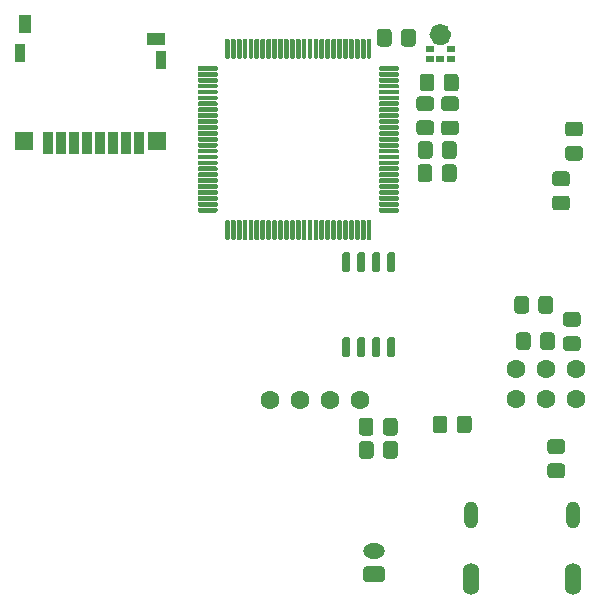
<source format=gbr>
G04 #@! TF.GenerationSoftware,KiCad,Pcbnew,(5.1.6)-1*
G04 #@! TF.CreationDate,2020-10-17T23:58:27+09:00*
G04 #@! TF.ProjectId,guardianCam_Wifi,67756172-6469-4616-9e43-616d5f576966,rev?*
G04 #@! TF.SameCoordinates,Original*
G04 #@! TF.FileFunction,Soldermask,Bot*
G04 #@! TF.FilePolarity,Negative*
%FSLAX46Y46*%
G04 Gerber Fmt 4.6, Leading zero omitted, Abs format (unit mm)*
G04 Created by KiCad (PCBNEW (5.1.6)-1) date 2020-10-17 23:58:27*
%MOMM*%
%LPD*%
G01*
G04 APERTURE LIST*
%ADD10C,0.912000*%
%ADD11R,0.862000X1.903400*%
%ADD12R,1.598600X1.598600*%
%ADD13R,0.938200X1.649400*%
%ADD14R,1.649400X1.141400*%
%ADD15R,1.141400X1.649400*%
%ADD16O,1.200000X2.300000*%
%ADD17O,1.400000X2.700000*%
%ADD18C,1.600000*%
%ADD19C,0.600000*%
%ADD20R,0.700000X0.622000*%
%ADD21O,1.850000X1.300000*%
G04 APERTURE END LIST*
D10*
X138836000Y-108560000D02*
G75*
G03*
X138836000Y-108560000I-456000J0D01*
G01*
G36*
G01*
X132735000Y-143241738D02*
X132735000Y-144198262D01*
G75*
G02*
X132463262Y-144470000I-271738J0D01*
G01*
X131756738Y-144470000D01*
G75*
G02*
X131485000Y-144198262I0J271738D01*
G01*
X131485000Y-143241738D01*
G75*
G02*
X131756738Y-142970000I271738J0D01*
G01*
X132463262Y-142970000D01*
G75*
G02*
X132735000Y-143241738I0J-271738D01*
G01*
G37*
G36*
G01*
X134785000Y-143241738D02*
X134785000Y-144198262D01*
G75*
G02*
X134513262Y-144470000I-271738J0D01*
G01*
X133806738Y-144470000D01*
G75*
G02*
X133535000Y-144198262I0J271738D01*
G01*
X133535000Y-143241738D01*
G75*
G02*
X133806738Y-142970000I271738J0D01*
G01*
X134513262Y-142970000D01*
G75*
G02*
X134785000Y-143241738I0J-271738D01*
G01*
G37*
G36*
G01*
X139785000Y-142038262D02*
X139785000Y-141081738D01*
G75*
G02*
X140056738Y-140810000I271738J0D01*
G01*
X140763262Y-140810000D01*
G75*
G02*
X141035000Y-141081738I0J-271738D01*
G01*
X141035000Y-142038262D01*
G75*
G02*
X140763262Y-142310000I-271738J0D01*
G01*
X140056738Y-142310000D01*
G75*
G02*
X139785000Y-142038262I0J271738D01*
G01*
G37*
G36*
G01*
X137735000Y-142038262D02*
X137735000Y-141081738D01*
G75*
G02*
X138006738Y-140810000I271738J0D01*
G01*
X138713262Y-140810000D01*
G75*
G02*
X138985000Y-141081738I0J-271738D01*
G01*
X138985000Y-142038262D01*
G75*
G02*
X138713262Y-142310000I-271738J0D01*
G01*
X138006738Y-142310000D01*
G75*
G02*
X137735000Y-142038262I0J271738D01*
G01*
G37*
G36*
G01*
X132720000Y-141281738D02*
X132720000Y-142238262D01*
G75*
G02*
X132448262Y-142510000I-271738J0D01*
G01*
X131741738Y-142510000D01*
G75*
G02*
X131470000Y-142238262I0J271738D01*
G01*
X131470000Y-141281738D01*
G75*
G02*
X131741738Y-141010000I271738J0D01*
G01*
X132448262Y-141010000D01*
G75*
G02*
X132720000Y-141281738I0J-271738D01*
G01*
G37*
G36*
G01*
X134770000Y-141281738D02*
X134770000Y-142238262D01*
G75*
G02*
X134498262Y-142510000I-271738J0D01*
G01*
X133791738Y-142510000D01*
G75*
G02*
X133520000Y-142238262I0J271738D01*
G01*
X133520000Y-141281738D01*
G75*
G02*
X133791738Y-141010000I271738J0D01*
G01*
X134498262Y-141010000D01*
G75*
G02*
X134770000Y-141281738I0J-271738D01*
G01*
G37*
D11*
X112889288Y-117700701D03*
X111789288Y-117700701D03*
X110689287Y-117700701D03*
X109589287Y-117700701D03*
X108489289Y-117700701D03*
X107389289Y-117700701D03*
X106289289Y-117700701D03*
X105189288Y-117700701D03*
D12*
X114365000Y-117548301D03*
X103115000Y-117548301D03*
D13*
X114695208Y-110723702D03*
X102784792Y-110073701D03*
D14*
X114339684Y-108969700D03*
D15*
X103185706Y-107648702D03*
D16*
X141000000Y-149250000D03*
X149640000Y-149250000D03*
D17*
X141000000Y-154610000D03*
X149640000Y-154610000D03*
D18*
X147290000Y-136890000D03*
X144750000Y-136890000D03*
X131620000Y-139500000D03*
X149830000Y-139420000D03*
X147290000Y-139430000D03*
X144750000Y-139430000D03*
X149830000Y-136890000D03*
X124000000Y-139500000D03*
X126540000Y-139500000D03*
X129080000Y-139500000D03*
G36*
G01*
X130250000Y-134180000D02*
X130600000Y-134180000D01*
G75*
G02*
X130775000Y-134355000I0J-175000D01*
G01*
X130775000Y-135705000D01*
G75*
G02*
X130600000Y-135880000I-175000J0D01*
G01*
X130250000Y-135880000D01*
G75*
G02*
X130075000Y-135705000I0J175000D01*
G01*
X130075000Y-134355000D01*
G75*
G02*
X130250000Y-134180000I175000J0D01*
G01*
G37*
G36*
G01*
X131520000Y-134180000D02*
X131870000Y-134180000D01*
G75*
G02*
X132045000Y-134355000I0J-175000D01*
G01*
X132045000Y-135705000D01*
G75*
G02*
X131870000Y-135880000I-175000J0D01*
G01*
X131520000Y-135880000D01*
G75*
G02*
X131345000Y-135705000I0J175000D01*
G01*
X131345000Y-134355000D01*
G75*
G02*
X131520000Y-134180000I175000J0D01*
G01*
G37*
G36*
G01*
X132790000Y-134180000D02*
X133140000Y-134180000D01*
G75*
G02*
X133315000Y-134355000I0J-175000D01*
G01*
X133315000Y-135705000D01*
G75*
G02*
X133140000Y-135880000I-175000J0D01*
G01*
X132790000Y-135880000D01*
G75*
G02*
X132615000Y-135705000I0J175000D01*
G01*
X132615000Y-134355000D01*
G75*
G02*
X132790000Y-134180000I175000J0D01*
G01*
G37*
G36*
G01*
X134060000Y-134180000D02*
X134410000Y-134180000D01*
G75*
G02*
X134585000Y-134355000I0J-175000D01*
G01*
X134585000Y-135705000D01*
G75*
G02*
X134410000Y-135880000I-175000J0D01*
G01*
X134060000Y-135880000D01*
G75*
G02*
X133885000Y-135705000I0J175000D01*
G01*
X133885000Y-134355000D01*
G75*
G02*
X134060000Y-134180000I175000J0D01*
G01*
G37*
G36*
G01*
X134060000Y-126980000D02*
X134410000Y-126980000D01*
G75*
G02*
X134585000Y-127155000I0J-175000D01*
G01*
X134585000Y-128505000D01*
G75*
G02*
X134410000Y-128680000I-175000J0D01*
G01*
X134060000Y-128680000D01*
G75*
G02*
X133885000Y-128505000I0J175000D01*
G01*
X133885000Y-127155000D01*
G75*
G02*
X134060000Y-126980000I175000J0D01*
G01*
G37*
G36*
G01*
X132790000Y-126980000D02*
X133140000Y-126980000D01*
G75*
G02*
X133315000Y-127155000I0J-175000D01*
G01*
X133315000Y-128505000D01*
G75*
G02*
X133140000Y-128680000I-175000J0D01*
G01*
X132790000Y-128680000D01*
G75*
G02*
X132615000Y-128505000I0J175000D01*
G01*
X132615000Y-127155000D01*
G75*
G02*
X132790000Y-126980000I175000J0D01*
G01*
G37*
G36*
G01*
X131520000Y-126980000D02*
X131870000Y-126980000D01*
G75*
G02*
X132045000Y-127155000I0J-175000D01*
G01*
X132045000Y-128505000D01*
G75*
G02*
X131870000Y-128680000I-175000J0D01*
G01*
X131520000Y-128680000D01*
G75*
G02*
X131345000Y-128505000I0J175000D01*
G01*
X131345000Y-127155000D01*
G75*
G02*
X131520000Y-126980000I175000J0D01*
G01*
G37*
G36*
G01*
X130250000Y-126980000D02*
X130600000Y-126980000D01*
G75*
G02*
X130775000Y-127155000I0J-175000D01*
G01*
X130775000Y-128505000D01*
G75*
G02*
X130600000Y-128680000I-175000J0D01*
G01*
X130250000Y-128680000D01*
G75*
G02*
X130075000Y-128505000I0J175000D01*
G01*
X130075000Y-127155000D01*
G75*
G02*
X130250000Y-126980000I175000J0D01*
G01*
G37*
G36*
G01*
X148678262Y-144065000D02*
X147721738Y-144065000D01*
G75*
G02*
X147450000Y-143793262I0J271738D01*
G01*
X147450000Y-143086738D01*
G75*
G02*
X147721738Y-142815000I271738J0D01*
G01*
X148678262Y-142815000D01*
G75*
G02*
X148950000Y-143086738I0J-271738D01*
G01*
X148950000Y-143793262D01*
G75*
G02*
X148678262Y-144065000I-271738J0D01*
G01*
G37*
G36*
G01*
X148678262Y-146115000D02*
X147721738Y-146115000D01*
G75*
G02*
X147450000Y-145843262I0J271738D01*
G01*
X147450000Y-145136738D01*
G75*
G02*
X147721738Y-144865000I271738J0D01*
G01*
X148678262Y-144865000D01*
G75*
G02*
X148950000Y-145136738I0J-271738D01*
G01*
X148950000Y-145843262D01*
G75*
G02*
X148678262Y-146115000I-271738J0D01*
G01*
G37*
G36*
G01*
X138685000Y-113098262D02*
X138685000Y-112141738D01*
G75*
G02*
X138956738Y-111870000I271738J0D01*
G01*
X139663262Y-111870000D01*
G75*
G02*
X139935000Y-112141738I0J-271738D01*
G01*
X139935000Y-113098262D01*
G75*
G02*
X139663262Y-113370000I-271738J0D01*
G01*
X138956738Y-113370000D01*
G75*
G02*
X138685000Y-113098262I0J271738D01*
G01*
G37*
G36*
G01*
X136635000Y-113098262D02*
X136635000Y-112141738D01*
G75*
G02*
X136906738Y-111870000I271738J0D01*
G01*
X137613262Y-111870000D01*
G75*
G02*
X137885000Y-112141738I0J-271738D01*
G01*
X137885000Y-113098262D01*
G75*
G02*
X137613262Y-113370000I-271738J0D01*
G01*
X136906738Y-113370000D01*
G75*
G02*
X136635000Y-113098262I0J271738D01*
G01*
G37*
G36*
G01*
X135055000Y-109298262D02*
X135055000Y-108341738D01*
G75*
G02*
X135326738Y-108070000I271738J0D01*
G01*
X136033262Y-108070000D01*
G75*
G02*
X136305000Y-108341738I0J-271738D01*
G01*
X136305000Y-109298262D01*
G75*
G02*
X136033262Y-109570000I-271738J0D01*
G01*
X135326738Y-109570000D01*
G75*
G02*
X135055000Y-109298262I0J271738D01*
G01*
G37*
G36*
G01*
X133005000Y-109298262D02*
X133005000Y-108341738D01*
G75*
G02*
X133276738Y-108070000I271738J0D01*
G01*
X133983262Y-108070000D01*
G75*
G02*
X134255000Y-108341738I0J-271738D01*
G01*
X134255000Y-109298262D01*
G75*
G02*
X133983262Y-109570000I-271738J0D01*
G01*
X133276738Y-109570000D01*
G75*
G02*
X133005000Y-109298262I0J271738D01*
G01*
G37*
D19*
X138380000Y-108560000D03*
D20*
X139280000Y-109812000D03*
X139280000Y-110634000D03*
X138380000Y-110634000D03*
X137480000Y-110634000D03*
X137480000Y-109812000D03*
G36*
G01*
X137705000Y-119811738D02*
X137705000Y-120768262D01*
G75*
G02*
X137433262Y-121040000I-271738J0D01*
G01*
X136726738Y-121040000D01*
G75*
G02*
X136455000Y-120768262I0J271738D01*
G01*
X136455000Y-119811738D01*
G75*
G02*
X136726738Y-119540000I271738J0D01*
G01*
X137433262Y-119540000D01*
G75*
G02*
X137705000Y-119811738I0J-271738D01*
G01*
G37*
G36*
G01*
X139755000Y-119811738D02*
X139755000Y-120768262D01*
G75*
G02*
X139483262Y-121040000I-271738J0D01*
G01*
X138776738Y-121040000D01*
G75*
G02*
X138505000Y-120768262I0J271738D01*
G01*
X138505000Y-119811738D01*
G75*
G02*
X138776738Y-119540000I271738J0D01*
G01*
X139483262Y-119540000D01*
G75*
G02*
X139755000Y-119811738I0J-271738D01*
G01*
G37*
G36*
G01*
X137725000Y-117851738D02*
X137725000Y-118808262D01*
G75*
G02*
X137453262Y-119080000I-271738J0D01*
G01*
X136746738Y-119080000D01*
G75*
G02*
X136475000Y-118808262I0J271738D01*
G01*
X136475000Y-117851738D01*
G75*
G02*
X136746738Y-117580000I271738J0D01*
G01*
X137453262Y-117580000D01*
G75*
G02*
X137725000Y-117851738I0J-271738D01*
G01*
G37*
G36*
G01*
X139775000Y-117851738D02*
X139775000Y-118808262D01*
G75*
G02*
X139503262Y-119080000I-271738J0D01*
G01*
X138796738Y-119080000D01*
G75*
G02*
X138525000Y-118808262I0J271738D01*
G01*
X138525000Y-117851738D01*
G75*
G02*
X138796738Y-117580000I271738J0D01*
G01*
X139503262Y-117580000D01*
G75*
G02*
X139775000Y-117851738I0J-271738D01*
G01*
G37*
G36*
G01*
X139678262Y-115030000D02*
X138721738Y-115030000D01*
G75*
G02*
X138450000Y-114758262I0J271738D01*
G01*
X138450000Y-114051738D01*
G75*
G02*
X138721738Y-113780000I271738J0D01*
G01*
X139678262Y-113780000D01*
G75*
G02*
X139950000Y-114051738I0J-271738D01*
G01*
X139950000Y-114758262D01*
G75*
G02*
X139678262Y-115030000I-271738J0D01*
G01*
G37*
G36*
G01*
X139678262Y-117080000D02*
X138721738Y-117080000D01*
G75*
G02*
X138450000Y-116808262I0J271738D01*
G01*
X138450000Y-116101738D01*
G75*
G02*
X138721738Y-115830000I271738J0D01*
G01*
X139678262Y-115830000D01*
G75*
G02*
X139950000Y-116101738I0J-271738D01*
G01*
X139950000Y-116808262D01*
G75*
G02*
X139678262Y-117080000I-271738J0D01*
G01*
G37*
G36*
G01*
X137578262Y-115025000D02*
X136621738Y-115025000D01*
G75*
G02*
X136350000Y-114753262I0J271738D01*
G01*
X136350000Y-114046738D01*
G75*
G02*
X136621738Y-113775000I271738J0D01*
G01*
X137578262Y-113775000D01*
G75*
G02*
X137850000Y-114046738I0J-271738D01*
G01*
X137850000Y-114753262D01*
G75*
G02*
X137578262Y-115025000I-271738J0D01*
G01*
G37*
G36*
G01*
X137578262Y-117075000D02*
X136621738Y-117075000D01*
G75*
G02*
X136350000Y-116803262I0J271738D01*
G01*
X136350000Y-116096738D01*
G75*
G02*
X136621738Y-115825000I271738J0D01*
G01*
X137578262Y-115825000D01*
G75*
G02*
X137850000Y-116096738I0J-271738D01*
G01*
X137850000Y-116803262D01*
G75*
G02*
X137578262Y-117075000I-271738J0D01*
G01*
G37*
G36*
G01*
X146690000Y-131918262D02*
X146690000Y-130961738D01*
G75*
G02*
X146961738Y-130690000I271738J0D01*
G01*
X147668262Y-130690000D01*
G75*
G02*
X147940000Y-130961738I0J-271738D01*
G01*
X147940000Y-131918262D01*
G75*
G02*
X147668262Y-132190000I-271738J0D01*
G01*
X146961738Y-132190000D01*
G75*
G02*
X146690000Y-131918262I0J271738D01*
G01*
G37*
G36*
G01*
X144640000Y-131918262D02*
X144640000Y-130961738D01*
G75*
G02*
X144911738Y-130690000I271738J0D01*
G01*
X145618262Y-130690000D01*
G75*
G02*
X145890000Y-130961738I0J-271738D01*
G01*
X145890000Y-131918262D01*
G75*
G02*
X145618262Y-132190000I-271738J0D01*
G01*
X144911738Y-132190000D01*
G75*
G02*
X144640000Y-131918262I0J271738D01*
G01*
G37*
G36*
G01*
X149998262Y-133295000D02*
X149041738Y-133295000D01*
G75*
G02*
X148770000Y-133023262I0J271738D01*
G01*
X148770000Y-132316738D01*
G75*
G02*
X149041738Y-132045000I271738J0D01*
G01*
X149998262Y-132045000D01*
G75*
G02*
X150270000Y-132316738I0J-271738D01*
G01*
X150270000Y-133023262D01*
G75*
G02*
X149998262Y-133295000I-271738J0D01*
G01*
G37*
G36*
G01*
X149998262Y-135345000D02*
X149041738Y-135345000D01*
G75*
G02*
X148770000Y-135073262I0J271738D01*
G01*
X148770000Y-134366738D01*
G75*
G02*
X149041738Y-134095000I271738J0D01*
G01*
X149998262Y-134095000D01*
G75*
G02*
X150270000Y-134366738I0J-271738D01*
G01*
X150270000Y-135073262D01*
G75*
G02*
X149998262Y-135345000I-271738J0D01*
G01*
G37*
G36*
G01*
X149231738Y-117970000D02*
X150188262Y-117970000D01*
G75*
G02*
X150460000Y-118241738I0J-271738D01*
G01*
X150460000Y-118948262D01*
G75*
G02*
X150188262Y-119220000I-271738J0D01*
G01*
X149231738Y-119220000D01*
G75*
G02*
X148960000Y-118948262I0J271738D01*
G01*
X148960000Y-118241738D01*
G75*
G02*
X149231738Y-117970000I271738J0D01*
G01*
G37*
G36*
G01*
X149231738Y-115920000D02*
X150188262Y-115920000D01*
G75*
G02*
X150460000Y-116191738I0J-271738D01*
G01*
X150460000Y-116898262D01*
G75*
G02*
X150188262Y-117170000I-271738J0D01*
G01*
X149231738Y-117170000D01*
G75*
G02*
X148960000Y-116898262I0J271738D01*
G01*
X148960000Y-116191738D01*
G75*
G02*
X149231738Y-115920000I271738J0D01*
G01*
G37*
G36*
G01*
X146835000Y-134988262D02*
X146835000Y-134031738D01*
G75*
G02*
X147106738Y-133760000I271738J0D01*
G01*
X147813262Y-133760000D01*
G75*
G02*
X148085000Y-134031738I0J-271738D01*
G01*
X148085000Y-134988262D01*
G75*
G02*
X147813262Y-135260000I-271738J0D01*
G01*
X147106738Y-135260000D01*
G75*
G02*
X146835000Y-134988262I0J271738D01*
G01*
G37*
G36*
G01*
X144785000Y-134988262D02*
X144785000Y-134031738D01*
G75*
G02*
X145056738Y-133760000I271738J0D01*
G01*
X145763262Y-133760000D01*
G75*
G02*
X146035000Y-134031738I0J-271738D01*
G01*
X146035000Y-134988262D01*
G75*
G02*
X145763262Y-135260000I-271738J0D01*
G01*
X145056738Y-135260000D01*
G75*
G02*
X144785000Y-134988262I0J271738D01*
G01*
G37*
G36*
G01*
X148131738Y-122195000D02*
X149088262Y-122195000D01*
G75*
G02*
X149360000Y-122466738I0J-271738D01*
G01*
X149360000Y-123173262D01*
G75*
G02*
X149088262Y-123445000I-271738J0D01*
G01*
X148131738Y-123445000D01*
G75*
G02*
X147860000Y-123173262I0J271738D01*
G01*
X147860000Y-122466738D01*
G75*
G02*
X148131738Y-122195000I271738J0D01*
G01*
G37*
G36*
G01*
X148131738Y-120145000D02*
X149088262Y-120145000D01*
G75*
G02*
X149360000Y-120416738I0J-271738D01*
G01*
X149360000Y-121123262D01*
G75*
G02*
X149088262Y-121395000I-271738J0D01*
G01*
X148131738Y-121395000D01*
G75*
G02*
X147860000Y-121123262I0J271738D01*
G01*
X147860000Y-120416738D01*
G75*
G02*
X148131738Y-120145000I271738J0D01*
G01*
G37*
D21*
X132770000Y-152240000D03*
G36*
G01*
X133424168Y-154890000D02*
X132115832Y-154890000D01*
G75*
G02*
X131845000Y-154619168I0J270832D01*
G01*
X131845000Y-153860832D01*
G75*
G02*
X132115832Y-153590000I270832J0D01*
G01*
X133424168Y-153590000D01*
G75*
G02*
X133695000Y-153860832I0J-270832D01*
G01*
X133695000Y-154619168D01*
G75*
G02*
X133424168Y-154890000I-270832J0D01*
G01*
G37*
G36*
G01*
X120150000Y-125845000D02*
X120150000Y-124345000D01*
G75*
G02*
X120250000Y-124245000I100000J0D01*
G01*
X120450000Y-124245000D01*
G75*
G02*
X120550000Y-124345000I0J-100000D01*
G01*
X120550000Y-125845000D01*
G75*
G02*
X120450000Y-125945000I-100000J0D01*
G01*
X120250000Y-125945000D01*
G75*
G02*
X120150000Y-125845000I0J100000D01*
G01*
G37*
G36*
G01*
X120650000Y-125845000D02*
X120650000Y-124345000D01*
G75*
G02*
X120750000Y-124245000I100000J0D01*
G01*
X120950000Y-124245000D01*
G75*
G02*
X121050000Y-124345000I0J-100000D01*
G01*
X121050000Y-125845000D01*
G75*
G02*
X120950000Y-125945000I-100000J0D01*
G01*
X120750000Y-125945000D01*
G75*
G02*
X120650000Y-125845000I0J100000D01*
G01*
G37*
G36*
G01*
X121150000Y-125845000D02*
X121150000Y-124345000D01*
G75*
G02*
X121250000Y-124245000I100000J0D01*
G01*
X121450000Y-124245000D01*
G75*
G02*
X121550000Y-124345000I0J-100000D01*
G01*
X121550000Y-125845000D01*
G75*
G02*
X121450000Y-125945000I-100000J0D01*
G01*
X121250000Y-125945000D01*
G75*
G02*
X121150000Y-125845000I0J100000D01*
G01*
G37*
G36*
G01*
X121650000Y-125845000D02*
X121650000Y-124345000D01*
G75*
G02*
X121750000Y-124245000I100000J0D01*
G01*
X121950000Y-124245000D01*
G75*
G02*
X122050000Y-124345000I0J-100000D01*
G01*
X122050000Y-125845000D01*
G75*
G02*
X121950000Y-125945000I-100000J0D01*
G01*
X121750000Y-125945000D01*
G75*
G02*
X121650000Y-125845000I0J100000D01*
G01*
G37*
G36*
G01*
X122150000Y-125845000D02*
X122150000Y-124345000D01*
G75*
G02*
X122250000Y-124245000I100000J0D01*
G01*
X122450000Y-124245000D01*
G75*
G02*
X122550000Y-124345000I0J-100000D01*
G01*
X122550000Y-125845000D01*
G75*
G02*
X122450000Y-125945000I-100000J0D01*
G01*
X122250000Y-125945000D01*
G75*
G02*
X122150000Y-125845000I0J100000D01*
G01*
G37*
G36*
G01*
X122650000Y-125845000D02*
X122650000Y-124345000D01*
G75*
G02*
X122750000Y-124245000I100000J0D01*
G01*
X122950000Y-124245000D01*
G75*
G02*
X123050000Y-124345000I0J-100000D01*
G01*
X123050000Y-125845000D01*
G75*
G02*
X122950000Y-125945000I-100000J0D01*
G01*
X122750000Y-125945000D01*
G75*
G02*
X122650000Y-125845000I0J100000D01*
G01*
G37*
G36*
G01*
X123150000Y-125845000D02*
X123150000Y-124345000D01*
G75*
G02*
X123250000Y-124245000I100000J0D01*
G01*
X123450000Y-124245000D01*
G75*
G02*
X123550000Y-124345000I0J-100000D01*
G01*
X123550000Y-125845000D01*
G75*
G02*
X123450000Y-125945000I-100000J0D01*
G01*
X123250000Y-125945000D01*
G75*
G02*
X123150000Y-125845000I0J100000D01*
G01*
G37*
G36*
G01*
X123650000Y-125845000D02*
X123650000Y-124345000D01*
G75*
G02*
X123750000Y-124245000I100000J0D01*
G01*
X123950000Y-124245000D01*
G75*
G02*
X124050000Y-124345000I0J-100000D01*
G01*
X124050000Y-125845000D01*
G75*
G02*
X123950000Y-125945000I-100000J0D01*
G01*
X123750000Y-125945000D01*
G75*
G02*
X123650000Y-125845000I0J100000D01*
G01*
G37*
G36*
G01*
X124150000Y-125845000D02*
X124150000Y-124345000D01*
G75*
G02*
X124250000Y-124245000I100000J0D01*
G01*
X124450000Y-124245000D01*
G75*
G02*
X124550000Y-124345000I0J-100000D01*
G01*
X124550000Y-125845000D01*
G75*
G02*
X124450000Y-125945000I-100000J0D01*
G01*
X124250000Y-125945000D01*
G75*
G02*
X124150000Y-125845000I0J100000D01*
G01*
G37*
G36*
G01*
X124650000Y-125845000D02*
X124650000Y-124345000D01*
G75*
G02*
X124750000Y-124245000I100000J0D01*
G01*
X124950000Y-124245000D01*
G75*
G02*
X125050000Y-124345000I0J-100000D01*
G01*
X125050000Y-125845000D01*
G75*
G02*
X124950000Y-125945000I-100000J0D01*
G01*
X124750000Y-125945000D01*
G75*
G02*
X124650000Y-125845000I0J100000D01*
G01*
G37*
G36*
G01*
X125150000Y-125845000D02*
X125150000Y-124345000D01*
G75*
G02*
X125250000Y-124245000I100000J0D01*
G01*
X125450000Y-124245000D01*
G75*
G02*
X125550000Y-124345000I0J-100000D01*
G01*
X125550000Y-125845000D01*
G75*
G02*
X125450000Y-125945000I-100000J0D01*
G01*
X125250000Y-125945000D01*
G75*
G02*
X125150000Y-125845000I0J100000D01*
G01*
G37*
G36*
G01*
X125650000Y-125845000D02*
X125650000Y-124345000D01*
G75*
G02*
X125750000Y-124245000I100000J0D01*
G01*
X125950000Y-124245000D01*
G75*
G02*
X126050000Y-124345000I0J-100000D01*
G01*
X126050000Y-125845000D01*
G75*
G02*
X125950000Y-125945000I-100000J0D01*
G01*
X125750000Y-125945000D01*
G75*
G02*
X125650000Y-125845000I0J100000D01*
G01*
G37*
G36*
G01*
X126150000Y-125845000D02*
X126150000Y-124345000D01*
G75*
G02*
X126250000Y-124245000I100000J0D01*
G01*
X126450000Y-124245000D01*
G75*
G02*
X126550000Y-124345000I0J-100000D01*
G01*
X126550000Y-125845000D01*
G75*
G02*
X126450000Y-125945000I-100000J0D01*
G01*
X126250000Y-125945000D01*
G75*
G02*
X126150000Y-125845000I0J100000D01*
G01*
G37*
G36*
G01*
X126650000Y-125845000D02*
X126650000Y-124345000D01*
G75*
G02*
X126750000Y-124245000I100000J0D01*
G01*
X126950000Y-124245000D01*
G75*
G02*
X127050000Y-124345000I0J-100000D01*
G01*
X127050000Y-125845000D01*
G75*
G02*
X126950000Y-125945000I-100000J0D01*
G01*
X126750000Y-125945000D01*
G75*
G02*
X126650000Y-125845000I0J100000D01*
G01*
G37*
G36*
G01*
X127150000Y-125845000D02*
X127150000Y-124345000D01*
G75*
G02*
X127250000Y-124245000I100000J0D01*
G01*
X127450000Y-124245000D01*
G75*
G02*
X127550000Y-124345000I0J-100000D01*
G01*
X127550000Y-125845000D01*
G75*
G02*
X127450000Y-125945000I-100000J0D01*
G01*
X127250000Y-125945000D01*
G75*
G02*
X127150000Y-125845000I0J100000D01*
G01*
G37*
G36*
G01*
X127650000Y-125845000D02*
X127650000Y-124345000D01*
G75*
G02*
X127750000Y-124245000I100000J0D01*
G01*
X127950000Y-124245000D01*
G75*
G02*
X128050000Y-124345000I0J-100000D01*
G01*
X128050000Y-125845000D01*
G75*
G02*
X127950000Y-125945000I-100000J0D01*
G01*
X127750000Y-125945000D01*
G75*
G02*
X127650000Y-125845000I0J100000D01*
G01*
G37*
G36*
G01*
X128150000Y-125845000D02*
X128150000Y-124345000D01*
G75*
G02*
X128250000Y-124245000I100000J0D01*
G01*
X128450000Y-124245000D01*
G75*
G02*
X128550000Y-124345000I0J-100000D01*
G01*
X128550000Y-125845000D01*
G75*
G02*
X128450000Y-125945000I-100000J0D01*
G01*
X128250000Y-125945000D01*
G75*
G02*
X128150000Y-125845000I0J100000D01*
G01*
G37*
G36*
G01*
X128650000Y-125845000D02*
X128650000Y-124345000D01*
G75*
G02*
X128750000Y-124245000I100000J0D01*
G01*
X128950000Y-124245000D01*
G75*
G02*
X129050000Y-124345000I0J-100000D01*
G01*
X129050000Y-125845000D01*
G75*
G02*
X128950000Y-125945000I-100000J0D01*
G01*
X128750000Y-125945000D01*
G75*
G02*
X128650000Y-125845000I0J100000D01*
G01*
G37*
G36*
G01*
X129150000Y-125845000D02*
X129150000Y-124345000D01*
G75*
G02*
X129250000Y-124245000I100000J0D01*
G01*
X129450000Y-124245000D01*
G75*
G02*
X129550000Y-124345000I0J-100000D01*
G01*
X129550000Y-125845000D01*
G75*
G02*
X129450000Y-125945000I-100000J0D01*
G01*
X129250000Y-125945000D01*
G75*
G02*
X129150000Y-125845000I0J100000D01*
G01*
G37*
G36*
G01*
X129650000Y-125845000D02*
X129650000Y-124345000D01*
G75*
G02*
X129750000Y-124245000I100000J0D01*
G01*
X129950000Y-124245000D01*
G75*
G02*
X130050000Y-124345000I0J-100000D01*
G01*
X130050000Y-125845000D01*
G75*
G02*
X129950000Y-125945000I-100000J0D01*
G01*
X129750000Y-125945000D01*
G75*
G02*
X129650000Y-125845000I0J100000D01*
G01*
G37*
G36*
G01*
X130150000Y-125845000D02*
X130150000Y-124345000D01*
G75*
G02*
X130250000Y-124245000I100000J0D01*
G01*
X130450000Y-124245000D01*
G75*
G02*
X130550000Y-124345000I0J-100000D01*
G01*
X130550000Y-125845000D01*
G75*
G02*
X130450000Y-125945000I-100000J0D01*
G01*
X130250000Y-125945000D01*
G75*
G02*
X130150000Y-125845000I0J100000D01*
G01*
G37*
G36*
G01*
X130650000Y-125845000D02*
X130650000Y-124345000D01*
G75*
G02*
X130750000Y-124245000I100000J0D01*
G01*
X130950000Y-124245000D01*
G75*
G02*
X131050000Y-124345000I0J-100000D01*
G01*
X131050000Y-125845000D01*
G75*
G02*
X130950000Y-125945000I-100000J0D01*
G01*
X130750000Y-125945000D01*
G75*
G02*
X130650000Y-125845000I0J100000D01*
G01*
G37*
G36*
G01*
X131150000Y-125845000D02*
X131150000Y-124345000D01*
G75*
G02*
X131250000Y-124245000I100000J0D01*
G01*
X131450000Y-124245000D01*
G75*
G02*
X131550000Y-124345000I0J-100000D01*
G01*
X131550000Y-125845000D01*
G75*
G02*
X131450000Y-125945000I-100000J0D01*
G01*
X131250000Y-125945000D01*
G75*
G02*
X131150000Y-125845000I0J100000D01*
G01*
G37*
G36*
G01*
X131650000Y-125845000D02*
X131650000Y-124345000D01*
G75*
G02*
X131750000Y-124245000I100000J0D01*
G01*
X131950000Y-124245000D01*
G75*
G02*
X132050000Y-124345000I0J-100000D01*
G01*
X132050000Y-125845000D01*
G75*
G02*
X131950000Y-125945000I-100000J0D01*
G01*
X131750000Y-125945000D01*
G75*
G02*
X131650000Y-125845000I0J100000D01*
G01*
G37*
G36*
G01*
X132150000Y-125845000D02*
X132150000Y-124345000D01*
G75*
G02*
X132250000Y-124245000I100000J0D01*
G01*
X132450000Y-124245000D01*
G75*
G02*
X132550000Y-124345000I0J-100000D01*
G01*
X132550000Y-125845000D01*
G75*
G02*
X132450000Y-125945000I-100000J0D01*
G01*
X132250000Y-125945000D01*
G75*
G02*
X132150000Y-125845000I0J100000D01*
G01*
G37*
G36*
G01*
X133175000Y-123520000D02*
X133175000Y-123320000D01*
G75*
G02*
X133275000Y-123220000I100000J0D01*
G01*
X134775000Y-123220000D01*
G75*
G02*
X134875000Y-123320000I0J-100000D01*
G01*
X134875000Y-123520000D01*
G75*
G02*
X134775000Y-123620000I-100000J0D01*
G01*
X133275000Y-123620000D01*
G75*
G02*
X133175000Y-123520000I0J100000D01*
G01*
G37*
G36*
G01*
X133175000Y-123020000D02*
X133175000Y-122820000D01*
G75*
G02*
X133275000Y-122720000I100000J0D01*
G01*
X134775000Y-122720000D01*
G75*
G02*
X134875000Y-122820000I0J-100000D01*
G01*
X134875000Y-123020000D01*
G75*
G02*
X134775000Y-123120000I-100000J0D01*
G01*
X133275000Y-123120000D01*
G75*
G02*
X133175000Y-123020000I0J100000D01*
G01*
G37*
G36*
G01*
X133175000Y-122520000D02*
X133175000Y-122320000D01*
G75*
G02*
X133275000Y-122220000I100000J0D01*
G01*
X134775000Y-122220000D01*
G75*
G02*
X134875000Y-122320000I0J-100000D01*
G01*
X134875000Y-122520000D01*
G75*
G02*
X134775000Y-122620000I-100000J0D01*
G01*
X133275000Y-122620000D01*
G75*
G02*
X133175000Y-122520000I0J100000D01*
G01*
G37*
G36*
G01*
X133175000Y-122020000D02*
X133175000Y-121820000D01*
G75*
G02*
X133275000Y-121720000I100000J0D01*
G01*
X134775000Y-121720000D01*
G75*
G02*
X134875000Y-121820000I0J-100000D01*
G01*
X134875000Y-122020000D01*
G75*
G02*
X134775000Y-122120000I-100000J0D01*
G01*
X133275000Y-122120000D01*
G75*
G02*
X133175000Y-122020000I0J100000D01*
G01*
G37*
G36*
G01*
X133175000Y-121520000D02*
X133175000Y-121320000D01*
G75*
G02*
X133275000Y-121220000I100000J0D01*
G01*
X134775000Y-121220000D01*
G75*
G02*
X134875000Y-121320000I0J-100000D01*
G01*
X134875000Y-121520000D01*
G75*
G02*
X134775000Y-121620000I-100000J0D01*
G01*
X133275000Y-121620000D01*
G75*
G02*
X133175000Y-121520000I0J100000D01*
G01*
G37*
G36*
G01*
X133175000Y-121020000D02*
X133175000Y-120820000D01*
G75*
G02*
X133275000Y-120720000I100000J0D01*
G01*
X134775000Y-120720000D01*
G75*
G02*
X134875000Y-120820000I0J-100000D01*
G01*
X134875000Y-121020000D01*
G75*
G02*
X134775000Y-121120000I-100000J0D01*
G01*
X133275000Y-121120000D01*
G75*
G02*
X133175000Y-121020000I0J100000D01*
G01*
G37*
G36*
G01*
X133175000Y-120520000D02*
X133175000Y-120320000D01*
G75*
G02*
X133275000Y-120220000I100000J0D01*
G01*
X134775000Y-120220000D01*
G75*
G02*
X134875000Y-120320000I0J-100000D01*
G01*
X134875000Y-120520000D01*
G75*
G02*
X134775000Y-120620000I-100000J0D01*
G01*
X133275000Y-120620000D01*
G75*
G02*
X133175000Y-120520000I0J100000D01*
G01*
G37*
G36*
G01*
X133175000Y-120020000D02*
X133175000Y-119820000D01*
G75*
G02*
X133275000Y-119720000I100000J0D01*
G01*
X134775000Y-119720000D01*
G75*
G02*
X134875000Y-119820000I0J-100000D01*
G01*
X134875000Y-120020000D01*
G75*
G02*
X134775000Y-120120000I-100000J0D01*
G01*
X133275000Y-120120000D01*
G75*
G02*
X133175000Y-120020000I0J100000D01*
G01*
G37*
G36*
G01*
X133175000Y-119520000D02*
X133175000Y-119320000D01*
G75*
G02*
X133275000Y-119220000I100000J0D01*
G01*
X134775000Y-119220000D01*
G75*
G02*
X134875000Y-119320000I0J-100000D01*
G01*
X134875000Y-119520000D01*
G75*
G02*
X134775000Y-119620000I-100000J0D01*
G01*
X133275000Y-119620000D01*
G75*
G02*
X133175000Y-119520000I0J100000D01*
G01*
G37*
G36*
G01*
X133175000Y-119020000D02*
X133175000Y-118820000D01*
G75*
G02*
X133275000Y-118720000I100000J0D01*
G01*
X134775000Y-118720000D01*
G75*
G02*
X134875000Y-118820000I0J-100000D01*
G01*
X134875000Y-119020000D01*
G75*
G02*
X134775000Y-119120000I-100000J0D01*
G01*
X133275000Y-119120000D01*
G75*
G02*
X133175000Y-119020000I0J100000D01*
G01*
G37*
G36*
G01*
X133175000Y-118520000D02*
X133175000Y-118320000D01*
G75*
G02*
X133275000Y-118220000I100000J0D01*
G01*
X134775000Y-118220000D01*
G75*
G02*
X134875000Y-118320000I0J-100000D01*
G01*
X134875000Y-118520000D01*
G75*
G02*
X134775000Y-118620000I-100000J0D01*
G01*
X133275000Y-118620000D01*
G75*
G02*
X133175000Y-118520000I0J100000D01*
G01*
G37*
G36*
G01*
X133175000Y-118020000D02*
X133175000Y-117820000D01*
G75*
G02*
X133275000Y-117720000I100000J0D01*
G01*
X134775000Y-117720000D01*
G75*
G02*
X134875000Y-117820000I0J-100000D01*
G01*
X134875000Y-118020000D01*
G75*
G02*
X134775000Y-118120000I-100000J0D01*
G01*
X133275000Y-118120000D01*
G75*
G02*
X133175000Y-118020000I0J100000D01*
G01*
G37*
G36*
G01*
X133175000Y-117520000D02*
X133175000Y-117320000D01*
G75*
G02*
X133275000Y-117220000I100000J0D01*
G01*
X134775000Y-117220000D01*
G75*
G02*
X134875000Y-117320000I0J-100000D01*
G01*
X134875000Y-117520000D01*
G75*
G02*
X134775000Y-117620000I-100000J0D01*
G01*
X133275000Y-117620000D01*
G75*
G02*
X133175000Y-117520000I0J100000D01*
G01*
G37*
G36*
G01*
X133175000Y-117020000D02*
X133175000Y-116820000D01*
G75*
G02*
X133275000Y-116720000I100000J0D01*
G01*
X134775000Y-116720000D01*
G75*
G02*
X134875000Y-116820000I0J-100000D01*
G01*
X134875000Y-117020000D01*
G75*
G02*
X134775000Y-117120000I-100000J0D01*
G01*
X133275000Y-117120000D01*
G75*
G02*
X133175000Y-117020000I0J100000D01*
G01*
G37*
G36*
G01*
X133175000Y-116520000D02*
X133175000Y-116320000D01*
G75*
G02*
X133275000Y-116220000I100000J0D01*
G01*
X134775000Y-116220000D01*
G75*
G02*
X134875000Y-116320000I0J-100000D01*
G01*
X134875000Y-116520000D01*
G75*
G02*
X134775000Y-116620000I-100000J0D01*
G01*
X133275000Y-116620000D01*
G75*
G02*
X133175000Y-116520000I0J100000D01*
G01*
G37*
G36*
G01*
X133175000Y-116020000D02*
X133175000Y-115820000D01*
G75*
G02*
X133275000Y-115720000I100000J0D01*
G01*
X134775000Y-115720000D01*
G75*
G02*
X134875000Y-115820000I0J-100000D01*
G01*
X134875000Y-116020000D01*
G75*
G02*
X134775000Y-116120000I-100000J0D01*
G01*
X133275000Y-116120000D01*
G75*
G02*
X133175000Y-116020000I0J100000D01*
G01*
G37*
G36*
G01*
X133175000Y-115520000D02*
X133175000Y-115320000D01*
G75*
G02*
X133275000Y-115220000I100000J0D01*
G01*
X134775000Y-115220000D01*
G75*
G02*
X134875000Y-115320000I0J-100000D01*
G01*
X134875000Y-115520000D01*
G75*
G02*
X134775000Y-115620000I-100000J0D01*
G01*
X133275000Y-115620000D01*
G75*
G02*
X133175000Y-115520000I0J100000D01*
G01*
G37*
G36*
G01*
X133175000Y-115020000D02*
X133175000Y-114820000D01*
G75*
G02*
X133275000Y-114720000I100000J0D01*
G01*
X134775000Y-114720000D01*
G75*
G02*
X134875000Y-114820000I0J-100000D01*
G01*
X134875000Y-115020000D01*
G75*
G02*
X134775000Y-115120000I-100000J0D01*
G01*
X133275000Y-115120000D01*
G75*
G02*
X133175000Y-115020000I0J100000D01*
G01*
G37*
G36*
G01*
X133175000Y-114520000D02*
X133175000Y-114320000D01*
G75*
G02*
X133275000Y-114220000I100000J0D01*
G01*
X134775000Y-114220000D01*
G75*
G02*
X134875000Y-114320000I0J-100000D01*
G01*
X134875000Y-114520000D01*
G75*
G02*
X134775000Y-114620000I-100000J0D01*
G01*
X133275000Y-114620000D01*
G75*
G02*
X133175000Y-114520000I0J100000D01*
G01*
G37*
G36*
G01*
X133175000Y-114020000D02*
X133175000Y-113820000D01*
G75*
G02*
X133275000Y-113720000I100000J0D01*
G01*
X134775000Y-113720000D01*
G75*
G02*
X134875000Y-113820000I0J-100000D01*
G01*
X134875000Y-114020000D01*
G75*
G02*
X134775000Y-114120000I-100000J0D01*
G01*
X133275000Y-114120000D01*
G75*
G02*
X133175000Y-114020000I0J100000D01*
G01*
G37*
G36*
G01*
X133175000Y-113520000D02*
X133175000Y-113320000D01*
G75*
G02*
X133275000Y-113220000I100000J0D01*
G01*
X134775000Y-113220000D01*
G75*
G02*
X134875000Y-113320000I0J-100000D01*
G01*
X134875000Y-113520000D01*
G75*
G02*
X134775000Y-113620000I-100000J0D01*
G01*
X133275000Y-113620000D01*
G75*
G02*
X133175000Y-113520000I0J100000D01*
G01*
G37*
G36*
G01*
X133175000Y-113020000D02*
X133175000Y-112820000D01*
G75*
G02*
X133275000Y-112720000I100000J0D01*
G01*
X134775000Y-112720000D01*
G75*
G02*
X134875000Y-112820000I0J-100000D01*
G01*
X134875000Y-113020000D01*
G75*
G02*
X134775000Y-113120000I-100000J0D01*
G01*
X133275000Y-113120000D01*
G75*
G02*
X133175000Y-113020000I0J100000D01*
G01*
G37*
G36*
G01*
X133175000Y-112520000D02*
X133175000Y-112320000D01*
G75*
G02*
X133275000Y-112220000I100000J0D01*
G01*
X134775000Y-112220000D01*
G75*
G02*
X134875000Y-112320000I0J-100000D01*
G01*
X134875000Y-112520000D01*
G75*
G02*
X134775000Y-112620000I-100000J0D01*
G01*
X133275000Y-112620000D01*
G75*
G02*
X133175000Y-112520000I0J100000D01*
G01*
G37*
G36*
G01*
X133175000Y-112020000D02*
X133175000Y-111820000D01*
G75*
G02*
X133275000Y-111720000I100000J0D01*
G01*
X134775000Y-111720000D01*
G75*
G02*
X134875000Y-111820000I0J-100000D01*
G01*
X134875000Y-112020000D01*
G75*
G02*
X134775000Y-112120000I-100000J0D01*
G01*
X133275000Y-112120000D01*
G75*
G02*
X133175000Y-112020000I0J100000D01*
G01*
G37*
G36*
G01*
X133175000Y-111520000D02*
X133175000Y-111320000D01*
G75*
G02*
X133275000Y-111220000I100000J0D01*
G01*
X134775000Y-111220000D01*
G75*
G02*
X134875000Y-111320000I0J-100000D01*
G01*
X134875000Y-111520000D01*
G75*
G02*
X134775000Y-111620000I-100000J0D01*
G01*
X133275000Y-111620000D01*
G75*
G02*
X133175000Y-111520000I0J100000D01*
G01*
G37*
G36*
G01*
X132150000Y-110495000D02*
X132150000Y-108995000D01*
G75*
G02*
X132250000Y-108895000I100000J0D01*
G01*
X132450000Y-108895000D01*
G75*
G02*
X132550000Y-108995000I0J-100000D01*
G01*
X132550000Y-110495000D01*
G75*
G02*
X132450000Y-110595000I-100000J0D01*
G01*
X132250000Y-110595000D01*
G75*
G02*
X132150000Y-110495000I0J100000D01*
G01*
G37*
G36*
G01*
X131650000Y-110495000D02*
X131650000Y-108995000D01*
G75*
G02*
X131750000Y-108895000I100000J0D01*
G01*
X131950000Y-108895000D01*
G75*
G02*
X132050000Y-108995000I0J-100000D01*
G01*
X132050000Y-110495000D01*
G75*
G02*
X131950000Y-110595000I-100000J0D01*
G01*
X131750000Y-110595000D01*
G75*
G02*
X131650000Y-110495000I0J100000D01*
G01*
G37*
G36*
G01*
X131150000Y-110495000D02*
X131150000Y-108995000D01*
G75*
G02*
X131250000Y-108895000I100000J0D01*
G01*
X131450000Y-108895000D01*
G75*
G02*
X131550000Y-108995000I0J-100000D01*
G01*
X131550000Y-110495000D01*
G75*
G02*
X131450000Y-110595000I-100000J0D01*
G01*
X131250000Y-110595000D01*
G75*
G02*
X131150000Y-110495000I0J100000D01*
G01*
G37*
G36*
G01*
X130650000Y-110495000D02*
X130650000Y-108995000D01*
G75*
G02*
X130750000Y-108895000I100000J0D01*
G01*
X130950000Y-108895000D01*
G75*
G02*
X131050000Y-108995000I0J-100000D01*
G01*
X131050000Y-110495000D01*
G75*
G02*
X130950000Y-110595000I-100000J0D01*
G01*
X130750000Y-110595000D01*
G75*
G02*
X130650000Y-110495000I0J100000D01*
G01*
G37*
G36*
G01*
X130150000Y-110495000D02*
X130150000Y-108995000D01*
G75*
G02*
X130250000Y-108895000I100000J0D01*
G01*
X130450000Y-108895000D01*
G75*
G02*
X130550000Y-108995000I0J-100000D01*
G01*
X130550000Y-110495000D01*
G75*
G02*
X130450000Y-110595000I-100000J0D01*
G01*
X130250000Y-110595000D01*
G75*
G02*
X130150000Y-110495000I0J100000D01*
G01*
G37*
G36*
G01*
X129650000Y-110495000D02*
X129650000Y-108995000D01*
G75*
G02*
X129750000Y-108895000I100000J0D01*
G01*
X129950000Y-108895000D01*
G75*
G02*
X130050000Y-108995000I0J-100000D01*
G01*
X130050000Y-110495000D01*
G75*
G02*
X129950000Y-110595000I-100000J0D01*
G01*
X129750000Y-110595000D01*
G75*
G02*
X129650000Y-110495000I0J100000D01*
G01*
G37*
G36*
G01*
X129150000Y-110495000D02*
X129150000Y-108995000D01*
G75*
G02*
X129250000Y-108895000I100000J0D01*
G01*
X129450000Y-108895000D01*
G75*
G02*
X129550000Y-108995000I0J-100000D01*
G01*
X129550000Y-110495000D01*
G75*
G02*
X129450000Y-110595000I-100000J0D01*
G01*
X129250000Y-110595000D01*
G75*
G02*
X129150000Y-110495000I0J100000D01*
G01*
G37*
G36*
G01*
X128650000Y-110495000D02*
X128650000Y-108995000D01*
G75*
G02*
X128750000Y-108895000I100000J0D01*
G01*
X128950000Y-108895000D01*
G75*
G02*
X129050000Y-108995000I0J-100000D01*
G01*
X129050000Y-110495000D01*
G75*
G02*
X128950000Y-110595000I-100000J0D01*
G01*
X128750000Y-110595000D01*
G75*
G02*
X128650000Y-110495000I0J100000D01*
G01*
G37*
G36*
G01*
X128150000Y-110495000D02*
X128150000Y-108995000D01*
G75*
G02*
X128250000Y-108895000I100000J0D01*
G01*
X128450000Y-108895000D01*
G75*
G02*
X128550000Y-108995000I0J-100000D01*
G01*
X128550000Y-110495000D01*
G75*
G02*
X128450000Y-110595000I-100000J0D01*
G01*
X128250000Y-110595000D01*
G75*
G02*
X128150000Y-110495000I0J100000D01*
G01*
G37*
G36*
G01*
X127650000Y-110495000D02*
X127650000Y-108995000D01*
G75*
G02*
X127750000Y-108895000I100000J0D01*
G01*
X127950000Y-108895000D01*
G75*
G02*
X128050000Y-108995000I0J-100000D01*
G01*
X128050000Y-110495000D01*
G75*
G02*
X127950000Y-110595000I-100000J0D01*
G01*
X127750000Y-110595000D01*
G75*
G02*
X127650000Y-110495000I0J100000D01*
G01*
G37*
G36*
G01*
X127150000Y-110495000D02*
X127150000Y-108995000D01*
G75*
G02*
X127250000Y-108895000I100000J0D01*
G01*
X127450000Y-108895000D01*
G75*
G02*
X127550000Y-108995000I0J-100000D01*
G01*
X127550000Y-110495000D01*
G75*
G02*
X127450000Y-110595000I-100000J0D01*
G01*
X127250000Y-110595000D01*
G75*
G02*
X127150000Y-110495000I0J100000D01*
G01*
G37*
G36*
G01*
X126650000Y-110495000D02*
X126650000Y-108995000D01*
G75*
G02*
X126750000Y-108895000I100000J0D01*
G01*
X126950000Y-108895000D01*
G75*
G02*
X127050000Y-108995000I0J-100000D01*
G01*
X127050000Y-110495000D01*
G75*
G02*
X126950000Y-110595000I-100000J0D01*
G01*
X126750000Y-110595000D01*
G75*
G02*
X126650000Y-110495000I0J100000D01*
G01*
G37*
G36*
G01*
X126150000Y-110495000D02*
X126150000Y-108995000D01*
G75*
G02*
X126250000Y-108895000I100000J0D01*
G01*
X126450000Y-108895000D01*
G75*
G02*
X126550000Y-108995000I0J-100000D01*
G01*
X126550000Y-110495000D01*
G75*
G02*
X126450000Y-110595000I-100000J0D01*
G01*
X126250000Y-110595000D01*
G75*
G02*
X126150000Y-110495000I0J100000D01*
G01*
G37*
G36*
G01*
X125650000Y-110495000D02*
X125650000Y-108995000D01*
G75*
G02*
X125750000Y-108895000I100000J0D01*
G01*
X125950000Y-108895000D01*
G75*
G02*
X126050000Y-108995000I0J-100000D01*
G01*
X126050000Y-110495000D01*
G75*
G02*
X125950000Y-110595000I-100000J0D01*
G01*
X125750000Y-110595000D01*
G75*
G02*
X125650000Y-110495000I0J100000D01*
G01*
G37*
G36*
G01*
X125150000Y-110495000D02*
X125150000Y-108995000D01*
G75*
G02*
X125250000Y-108895000I100000J0D01*
G01*
X125450000Y-108895000D01*
G75*
G02*
X125550000Y-108995000I0J-100000D01*
G01*
X125550000Y-110495000D01*
G75*
G02*
X125450000Y-110595000I-100000J0D01*
G01*
X125250000Y-110595000D01*
G75*
G02*
X125150000Y-110495000I0J100000D01*
G01*
G37*
G36*
G01*
X124650000Y-110495000D02*
X124650000Y-108995000D01*
G75*
G02*
X124750000Y-108895000I100000J0D01*
G01*
X124950000Y-108895000D01*
G75*
G02*
X125050000Y-108995000I0J-100000D01*
G01*
X125050000Y-110495000D01*
G75*
G02*
X124950000Y-110595000I-100000J0D01*
G01*
X124750000Y-110595000D01*
G75*
G02*
X124650000Y-110495000I0J100000D01*
G01*
G37*
G36*
G01*
X124150000Y-110495000D02*
X124150000Y-108995000D01*
G75*
G02*
X124250000Y-108895000I100000J0D01*
G01*
X124450000Y-108895000D01*
G75*
G02*
X124550000Y-108995000I0J-100000D01*
G01*
X124550000Y-110495000D01*
G75*
G02*
X124450000Y-110595000I-100000J0D01*
G01*
X124250000Y-110595000D01*
G75*
G02*
X124150000Y-110495000I0J100000D01*
G01*
G37*
G36*
G01*
X123650000Y-110495000D02*
X123650000Y-108995000D01*
G75*
G02*
X123750000Y-108895000I100000J0D01*
G01*
X123950000Y-108895000D01*
G75*
G02*
X124050000Y-108995000I0J-100000D01*
G01*
X124050000Y-110495000D01*
G75*
G02*
X123950000Y-110595000I-100000J0D01*
G01*
X123750000Y-110595000D01*
G75*
G02*
X123650000Y-110495000I0J100000D01*
G01*
G37*
G36*
G01*
X123150000Y-110495000D02*
X123150000Y-108995000D01*
G75*
G02*
X123250000Y-108895000I100000J0D01*
G01*
X123450000Y-108895000D01*
G75*
G02*
X123550000Y-108995000I0J-100000D01*
G01*
X123550000Y-110495000D01*
G75*
G02*
X123450000Y-110595000I-100000J0D01*
G01*
X123250000Y-110595000D01*
G75*
G02*
X123150000Y-110495000I0J100000D01*
G01*
G37*
G36*
G01*
X122650000Y-110495000D02*
X122650000Y-108995000D01*
G75*
G02*
X122750000Y-108895000I100000J0D01*
G01*
X122950000Y-108895000D01*
G75*
G02*
X123050000Y-108995000I0J-100000D01*
G01*
X123050000Y-110495000D01*
G75*
G02*
X122950000Y-110595000I-100000J0D01*
G01*
X122750000Y-110595000D01*
G75*
G02*
X122650000Y-110495000I0J100000D01*
G01*
G37*
G36*
G01*
X122150000Y-110495000D02*
X122150000Y-108995000D01*
G75*
G02*
X122250000Y-108895000I100000J0D01*
G01*
X122450000Y-108895000D01*
G75*
G02*
X122550000Y-108995000I0J-100000D01*
G01*
X122550000Y-110495000D01*
G75*
G02*
X122450000Y-110595000I-100000J0D01*
G01*
X122250000Y-110595000D01*
G75*
G02*
X122150000Y-110495000I0J100000D01*
G01*
G37*
G36*
G01*
X121650000Y-110495000D02*
X121650000Y-108995000D01*
G75*
G02*
X121750000Y-108895000I100000J0D01*
G01*
X121950000Y-108895000D01*
G75*
G02*
X122050000Y-108995000I0J-100000D01*
G01*
X122050000Y-110495000D01*
G75*
G02*
X121950000Y-110595000I-100000J0D01*
G01*
X121750000Y-110595000D01*
G75*
G02*
X121650000Y-110495000I0J100000D01*
G01*
G37*
G36*
G01*
X121150000Y-110495000D02*
X121150000Y-108995000D01*
G75*
G02*
X121250000Y-108895000I100000J0D01*
G01*
X121450000Y-108895000D01*
G75*
G02*
X121550000Y-108995000I0J-100000D01*
G01*
X121550000Y-110495000D01*
G75*
G02*
X121450000Y-110595000I-100000J0D01*
G01*
X121250000Y-110595000D01*
G75*
G02*
X121150000Y-110495000I0J100000D01*
G01*
G37*
G36*
G01*
X120650000Y-110495000D02*
X120650000Y-108995000D01*
G75*
G02*
X120750000Y-108895000I100000J0D01*
G01*
X120950000Y-108895000D01*
G75*
G02*
X121050000Y-108995000I0J-100000D01*
G01*
X121050000Y-110495000D01*
G75*
G02*
X120950000Y-110595000I-100000J0D01*
G01*
X120750000Y-110595000D01*
G75*
G02*
X120650000Y-110495000I0J100000D01*
G01*
G37*
G36*
G01*
X120150000Y-110495000D02*
X120150000Y-108995000D01*
G75*
G02*
X120250000Y-108895000I100000J0D01*
G01*
X120450000Y-108895000D01*
G75*
G02*
X120550000Y-108995000I0J-100000D01*
G01*
X120550000Y-110495000D01*
G75*
G02*
X120450000Y-110595000I-100000J0D01*
G01*
X120250000Y-110595000D01*
G75*
G02*
X120150000Y-110495000I0J100000D01*
G01*
G37*
G36*
G01*
X117825000Y-111520000D02*
X117825000Y-111320000D01*
G75*
G02*
X117925000Y-111220000I100000J0D01*
G01*
X119425000Y-111220000D01*
G75*
G02*
X119525000Y-111320000I0J-100000D01*
G01*
X119525000Y-111520000D01*
G75*
G02*
X119425000Y-111620000I-100000J0D01*
G01*
X117925000Y-111620000D01*
G75*
G02*
X117825000Y-111520000I0J100000D01*
G01*
G37*
G36*
G01*
X117825000Y-112020000D02*
X117825000Y-111820000D01*
G75*
G02*
X117925000Y-111720000I100000J0D01*
G01*
X119425000Y-111720000D01*
G75*
G02*
X119525000Y-111820000I0J-100000D01*
G01*
X119525000Y-112020000D01*
G75*
G02*
X119425000Y-112120000I-100000J0D01*
G01*
X117925000Y-112120000D01*
G75*
G02*
X117825000Y-112020000I0J100000D01*
G01*
G37*
G36*
G01*
X117825000Y-112520000D02*
X117825000Y-112320000D01*
G75*
G02*
X117925000Y-112220000I100000J0D01*
G01*
X119425000Y-112220000D01*
G75*
G02*
X119525000Y-112320000I0J-100000D01*
G01*
X119525000Y-112520000D01*
G75*
G02*
X119425000Y-112620000I-100000J0D01*
G01*
X117925000Y-112620000D01*
G75*
G02*
X117825000Y-112520000I0J100000D01*
G01*
G37*
G36*
G01*
X117825000Y-113020000D02*
X117825000Y-112820000D01*
G75*
G02*
X117925000Y-112720000I100000J0D01*
G01*
X119425000Y-112720000D01*
G75*
G02*
X119525000Y-112820000I0J-100000D01*
G01*
X119525000Y-113020000D01*
G75*
G02*
X119425000Y-113120000I-100000J0D01*
G01*
X117925000Y-113120000D01*
G75*
G02*
X117825000Y-113020000I0J100000D01*
G01*
G37*
G36*
G01*
X117825000Y-113520000D02*
X117825000Y-113320000D01*
G75*
G02*
X117925000Y-113220000I100000J0D01*
G01*
X119425000Y-113220000D01*
G75*
G02*
X119525000Y-113320000I0J-100000D01*
G01*
X119525000Y-113520000D01*
G75*
G02*
X119425000Y-113620000I-100000J0D01*
G01*
X117925000Y-113620000D01*
G75*
G02*
X117825000Y-113520000I0J100000D01*
G01*
G37*
G36*
G01*
X117825000Y-114020000D02*
X117825000Y-113820000D01*
G75*
G02*
X117925000Y-113720000I100000J0D01*
G01*
X119425000Y-113720000D01*
G75*
G02*
X119525000Y-113820000I0J-100000D01*
G01*
X119525000Y-114020000D01*
G75*
G02*
X119425000Y-114120000I-100000J0D01*
G01*
X117925000Y-114120000D01*
G75*
G02*
X117825000Y-114020000I0J100000D01*
G01*
G37*
G36*
G01*
X117825000Y-114520000D02*
X117825000Y-114320000D01*
G75*
G02*
X117925000Y-114220000I100000J0D01*
G01*
X119425000Y-114220000D01*
G75*
G02*
X119525000Y-114320000I0J-100000D01*
G01*
X119525000Y-114520000D01*
G75*
G02*
X119425000Y-114620000I-100000J0D01*
G01*
X117925000Y-114620000D01*
G75*
G02*
X117825000Y-114520000I0J100000D01*
G01*
G37*
G36*
G01*
X117825000Y-115020000D02*
X117825000Y-114820000D01*
G75*
G02*
X117925000Y-114720000I100000J0D01*
G01*
X119425000Y-114720000D01*
G75*
G02*
X119525000Y-114820000I0J-100000D01*
G01*
X119525000Y-115020000D01*
G75*
G02*
X119425000Y-115120000I-100000J0D01*
G01*
X117925000Y-115120000D01*
G75*
G02*
X117825000Y-115020000I0J100000D01*
G01*
G37*
G36*
G01*
X117825000Y-115520000D02*
X117825000Y-115320000D01*
G75*
G02*
X117925000Y-115220000I100000J0D01*
G01*
X119425000Y-115220000D01*
G75*
G02*
X119525000Y-115320000I0J-100000D01*
G01*
X119525000Y-115520000D01*
G75*
G02*
X119425000Y-115620000I-100000J0D01*
G01*
X117925000Y-115620000D01*
G75*
G02*
X117825000Y-115520000I0J100000D01*
G01*
G37*
G36*
G01*
X117825000Y-116020000D02*
X117825000Y-115820000D01*
G75*
G02*
X117925000Y-115720000I100000J0D01*
G01*
X119425000Y-115720000D01*
G75*
G02*
X119525000Y-115820000I0J-100000D01*
G01*
X119525000Y-116020000D01*
G75*
G02*
X119425000Y-116120000I-100000J0D01*
G01*
X117925000Y-116120000D01*
G75*
G02*
X117825000Y-116020000I0J100000D01*
G01*
G37*
G36*
G01*
X117825000Y-116520000D02*
X117825000Y-116320000D01*
G75*
G02*
X117925000Y-116220000I100000J0D01*
G01*
X119425000Y-116220000D01*
G75*
G02*
X119525000Y-116320000I0J-100000D01*
G01*
X119525000Y-116520000D01*
G75*
G02*
X119425000Y-116620000I-100000J0D01*
G01*
X117925000Y-116620000D01*
G75*
G02*
X117825000Y-116520000I0J100000D01*
G01*
G37*
G36*
G01*
X117825000Y-117020000D02*
X117825000Y-116820000D01*
G75*
G02*
X117925000Y-116720000I100000J0D01*
G01*
X119425000Y-116720000D01*
G75*
G02*
X119525000Y-116820000I0J-100000D01*
G01*
X119525000Y-117020000D01*
G75*
G02*
X119425000Y-117120000I-100000J0D01*
G01*
X117925000Y-117120000D01*
G75*
G02*
X117825000Y-117020000I0J100000D01*
G01*
G37*
G36*
G01*
X117825000Y-117520000D02*
X117825000Y-117320000D01*
G75*
G02*
X117925000Y-117220000I100000J0D01*
G01*
X119425000Y-117220000D01*
G75*
G02*
X119525000Y-117320000I0J-100000D01*
G01*
X119525000Y-117520000D01*
G75*
G02*
X119425000Y-117620000I-100000J0D01*
G01*
X117925000Y-117620000D01*
G75*
G02*
X117825000Y-117520000I0J100000D01*
G01*
G37*
G36*
G01*
X117825000Y-118020000D02*
X117825000Y-117820000D01*
G75*
G02*
X117925000Y-117720000I100000J0D01*
G01*
X119425000Y-117720000D01*
G75*
G02*
X119525000Y-117820000I0J-100000D01*
G01*
X119525000Y-118020000D01*
G75*
G02*
X119425000Y-118120000I-100000J0D01*
G01*
X117925000Y-118120000D01*
G75*
G02*
X117825000Y-118020000I0J100000D01*
G01*
G37*
G36*
G01*
X117825000Y-118520000D02*
X117825000Y-118320000D01*
G75*
G02*
X117925000Y-118220000I100000J0D01*
G01*
X119425000Y-118220000D01*
G75*
G02*
X119525000Y-118320000I0J-100000D01*
G01*
X119525000Y-118520000D01*
G75*
G02*
X119425000Y-118620000I-100000J0D01*
G01*
X117925000Y-118620000D01*
G75*
G02*
X117825000Y-118520000I0J100000D01*
G01*
G37*
G36*
G01*
X117825000Y-119020000D02*
X117825000Y-118820000D01*
G75*
G02*
X117925000Y-118720000I100000J0D01*
G01*
X119425000Y-118720000D01*
G75*
G02*
X119525000Y-118820000I0J-100000D01*
G01*
X119525000Y-119020000D01*
G75*
G02*
X119425000Y-119120000I-100000J0D01*
G01*
X117925000Y-119120000D01*
G75*
G02*
X117825000Y-119020000I0J100000D01*
G01*
G37*
G36*
G01*
X117825000Y-119520000D02*
X117825000Y-119320000D01*
G75*
G02*
X117925000Y-119220000I100000J0D01*
G01*
X119425000Y-119220000D01*
G75*
G02*
X119525000Y-119320000I0J-100000D01*
G01*
X119525000Y-119520000D01*
G75*
G02*
X119425000Y-119620000I-100000J0D01*
G01*
X117925000Y-119620000D01*
G75*
G02*
X117825000Y-119520000I0J100000D01*
G01*
G37*
G36*
G01*
X117825000Y-120020000D02*
X117825000Y-119820000D01*
G75*
G02*
X117925000Y-119720000I100000J0D01*
G01*
X119425000Y-119720000D01*
G75*
G02*
X119525000Y-119820000I0J-100000D01*
G01*
X119525000Y-120020000D01*
G75*
G02*
X119425000Y-120120000I-100000J0D01*
G01*
X117925000Y-120120000D01*
G75*
G02*
X117825000Y-120020000I0J100000D01*
G01*
G37*
G36*
G01*
X117825000Y-120520000D02*
X117825000Y-120320000D01*
G75*
G02*
X117925000Y-120220000I100000J0D01*
G01*
X119425000Y-120220000D01*
G75*
G02*
X119525000Y-120320000I0J-100000D01*
G01*
X119525000Y-120520000D01*
G75*
G02*
X119425000Y-120620000I-100000J0D01*
G01*
X117925000Y-120620000D01*
G75*
G02*
X117825000Y-120520000I0J100000D01*
G01*
G37*
G36*
G01*
X117825000Y-121020000D02*
X117825000Y-120820000D01*
G75*
G02*
X117925000Y-120720000I100000J0D01*
G01*
X119425000Y-120720000D01*
G75*
G02*
X119525000Y-120820000I0J-100000D01*
G01*
X119525000Y-121020000D01*
G75*
G02*
X119425000Y-121120000I-100000J0D01*
G01*
X117925000Y-121120000D01*
G75*
G02*
X117825000Y-121020000I0J100000D01*
G01*
G37*
G36*
G01*
X117825000Y-121520000D02*
X117825000Y-121320000D01*
G75*
G02*
X117925000Y-121220000I100000J0D01*
G01*
X119425000Y-121220000D01*
G75*
G02*
X119525000Y-121320000I0J-100000D01*
G01*
X119525000Y-121520000D01*
G75*
G02*
X119425000Y-121620000I-100000J0D01*
G01*
X117925000Y-121620000D01*
G75*
G02*
X117825000Y-121520000I0J100000D01*
G01*
G37*
G36*
G01*
X117825000Y-122020000D02*
X117825000Y-121820000D01*
G75*
G02*
X117925000Y-121720000I100000J0D01*
G01*
X119425000Y-121720000D01*
G75*
G02*
X119525000Y-121820000I0J-100000D01*
G01*
X119525000Y-122020000D01*
G75*
G02*
X119425000Y-122120000I-100000J0D01*
G01*
X117925000Y-122120000D01*
G75*
G02*
X117825000Y-122020000I0J100000D01*
G01*
G37*
G36*
G01*
X117825000Y-122520000D02*
X117825000Y-122320000D01*
G75*
G02*
X117925000Y-122220000I100000J0D01*
G01*
X119425000Y-122220000D01*
G75*
G02*
X119525000Y-122320000I0J-100000D01*
G01*
X119525000Y-122520000D01*
G75*
G02*
X119425000Y-122620000I-100000J0D01*
G01*
X117925000Y-122620000D01*
G75*
G02*
X117825000Y-122520000I0J100000D01*
G01*
G37*
G36*
G01*
X117825000Y-123020000D02*
X117825000Y-122820000D01*
G75*
G02*
X117925000Y-122720000I100000J0D01*
G01*
X119425000Y-122720000D01*
G75*
G02*
X119525000Y-122820000I0J-100000D01*
G01*
X119525000Y-123020000D01*
G75*
G02*
X119425000Y-123120000I-100000J0D01*
G01*
X117925000Y-123120000D01*
G75*
G02*
X117825000Y-123020000I0J100000D01*
G01*
G37*
G36*
G01*
X117825000Y-123520000D02*
X117825000Y-123320000D01*
G75*
G02*
X117925000Y-123220000I100000J0D01*
G01*
X119425000Y-123220000D01*
G75*
G02*
X119525000Y-123320000I0J-100000D01*
G01*
X119525000Y-123520000D01*
G75*
G02*
X119425000Y-123620000I-100000J0D01*
G01*
X117925000Y-123620000D01*
G75*
G02*
X117825000Y-123520000I0J100000D01*
G01*
G37*
M02*

</source>
